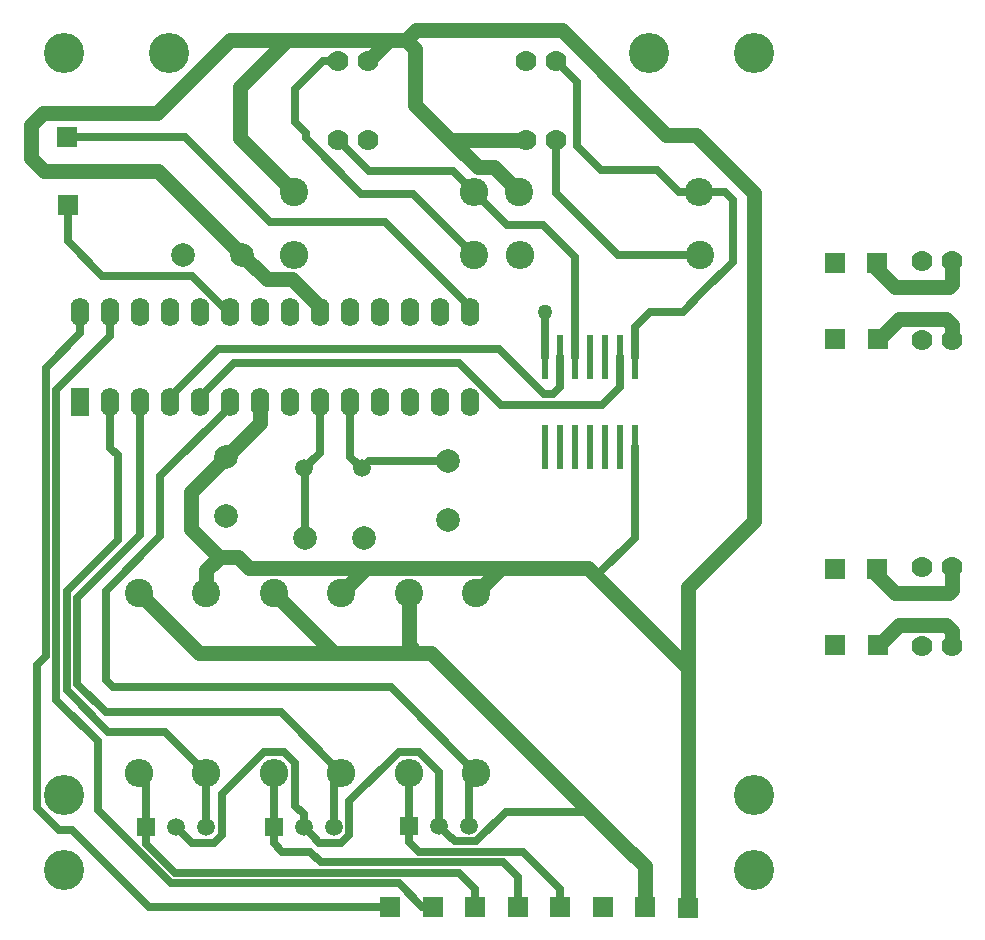
<source format=gbr>
G04 #@! TF.GenerationSoftware,KiCad,Pcbnew,5.0.2+dfsg1-1~bpo9+1*
G04 #@! TF.CreationDate,2019-02-15T20:10:49-06:00*
G04 #@! TF.ProjectId,EncoderandSensorsBoard,456e636f-6465-4726-916e-6453656e736f,v1.0*
G04 #@! TF.SameCoordinates,Original*
G04 #@! TF.FileFunction,Copper,L1,Top*
G04 #@! TF.FilePolarity,Positive*
%FSLAX46Y46*%
G04 Gerber Fmt 4.6, Leading zero omitted, Abs format (unit mm)*
G04 Created by KiCad (PCBNEW 5.0.2+dfsg1-1~bpo9+1) date vie 15 feb 2019 20:10:49 CST*
%MOMM*%
%LPD*%
G01*
G04 APERTURE LIST*
G04 #@! TA.AperFunction,ComponentPad*
%ADD10R,1.600000X2.400000*%
G04 #@! TD*
G04 #@! TA.AperFunction,ComponentPad*
%ADD11O,1.600000X2.400000*%
G04 #@! TD*
G04 #@! TA.AperFunction,ComponentPad*
%ADD12O,2.400000X2.400000*%
G04 #@! TD*
G04 #@! TA.AperFunction,ComponentPad*
%ADD13C,2.400000*%
G04 #@! TD*
G04 #@! TA.AperFunction,ComponentPad*
%ADD14R,1.500000X1.500000*%
G04 #@! TD*
G04 #@! TA.AperFunction,ComponentPad*
%ADD15C,1.500000*%
G04 #@! TD*
G04 #@! TA.AperFunction,ComponentPad*
%ADD16C,1.778000*%
G04 #@! TD*
G04 #@! TA.AperFunction,ComponentPad*
%ADD17R,1.700000X1.700000*%
G04 #@! TD*
G04 #@! TA.AperFunction,ComponentPad*
%ADD18C,2.000000*%
G04 #@! TD*
G04 #@! TA.AperFunction,SMDPad,CuDef*
%ADD19R,0.600000X3.800000*%
G04 #@! TD*
G04 #@! TA.AperFunction,ViaPad*
%ADD20C,3.400000*%
G04 #@! TD*
G04 #@! TA.AperFunction,ViaPad*
%ADD21C,1.270000*%
G04 #@! TD*
G04 #@! TA.AperFunction,Conductor*
%ADD22C,0.635000*%
G04 #@! TD*
G04 #@! TA.AperFunction,Conductor*
%ADD23C,1.270000*%
G04 #@! TD*
G04 APERTURE END LIST*
D10*
G04 #@! TO.P,U1,1*
G04 #@! TO.N,N/C*
X95351600Y-103212900D03*
D11*
G04 #@! TO.P,U1,15*
G04 #@! TO.N,/PowSupStat*
X128371600Y-95592900D03*
G04 #@! TO.P,U1,2*
G04 #@! TO.N,/RX*
X97891600Y-103212900D03*
G04 #@! TO.P,U1,16*
G04 #@! TO.N,N/C*
X125831600Y-95592900D03*
G04 #@! TO.P,U1,3*
G04 #@! TO.N,/TX*
X100431600Y-103212900D03*
G04 #@! TO.P,U1,17*
G04 #@! TO.N,N/C*
X123291600Y-95592900D03*
G04 #@! TO.P,U1,4*
G04 #@! TO.N,/OUTA*
X102971600Y-103212900D03*
G04 #@! TO.P,U1,18*
G04 #@! TO.N,N/C*
X120751600Y-95592900D03*
G04 #@! TO.P,U1,5*
G04 #@! TO.N,/OUTB*
X105511600Y-103212900D03*
G04 #@! TO.P,U1,19*
G04 #@! TO.N,N/C*
X118211600Y-95592900D03*
G04 #@! TO.P,U1,6*
G04 #@! TO.N,/CMD*
X108051600Y-103212900D03*
G04 #@! TO.P,U1,20*
G04 #@! TO.N,+5V*
X115671600Y-95592900D03*
G04 #@! TO.P,U1,7*
X110591600Y-103212900D03*
G04 #@! TO.P,U1,21*
G04 #@! TO.N,N/C*
X113131600Y-95592900D03*
G04 #@! TO.P,U1,8*
G04 #@! TO.N,GND*
X113131600Y-103212900D03*
G04 #@! TO.P,U1,22*
X110591600Y-95592900D03*
G04 #@! TO.P,U1,9*
G04 #@! TO.N,Net-(C3-Pad2)*
X115671600Y-103212900D03*
G04 #@! TO.P,U1,23*
G04 #@! TO.N,/BattVoltSens*
X108051600Y-95592900D03*
G04 #@! TO.P,U1,10*
G04 #@! TO.N,Net-(C4-Pad2)*
X118211600Y-103212900D03*
G04 #@! TO.P,U1,24*
G04 #@! TO.N,N/C*
X105511600Y-95592900D03*
G04 #@! TO.P,U1,11*
X120751600Y-103212900D03*
G04 #@! TO.P,U1,25*
X102971600Y-95592900D03*
G04 #@! TO.P,U1,12*
X123291600Y-103212900D03*
G04 #@! TO.P,U1,26*
X100431600Y-95592900D03*
G04 #@! TO.P,U1,13*
X125831600Y-103212900D03*
G04 #@! TO.P,U1,27*
G04 #@! TO.N,/SDA*
X97891600Y-95592900D03*
G04 #@! TO.P,U1,14*
G04 #@! TO.N,N/C*
X128371600Y-103212900D03*
G04 #@! TO.P,U1,28*
G04 #@! TO.N,/SCL*
X95351600Y-95592900D03*
G04 #@! TD*
D12*
G04 #@! TO.P,R3,2*
G04 #@! TO.N,/SIGB*
X147726400Y-85420200D03*
D13*
G04 #@! TO.P,R3,1*
G04 #@! TO.N,+5V*
X132486400Y-85420200D03*
G04 #@! TD*
D14*
G04 #@! TO.P,Q2,1*
G04 #@! TO.N,/3VTX*
X100939600Y-139242800D03*
D15*
G04 #@! TO.P,Q2,3*
G04 #@! TO.N,/RX*
X106019600Y-139242800D03*
G04 #@! TO.P,Q2,2*
G04 #@! TO.N,+3V3*
X103479600Y-139242800D03*
G04 #@! TD*
D14*
G04 #@! TO.P,Q1,1*
G04 #@! TO.N,/3VCMD*
X123190000Y-139115800D03*
D15*
G04 #@! TO.P,Q1,3*
G04 #@! TO.N,/CMD*
X128270000Y-139115800D03*
G04 #@! TO.P,Q1,2*
G04 #@! TO.N,+3V3*
X125730000Y-139115800D03*
G04 #@! TD*
D14*
G04 #@! TO.P,Q3,1*
G04 #@! TO.N,/3VRX*
X111747300Y-139217400D03*
D15*
G04 #@! TO.P,Q3,3*
G04 #@! TO.N,/TX*
X116827300Y-139217400D03*
G04 #@! TO.P,Q3,2*
G04 #@! TO.N,+3V3*
X114287300Y-139217400D03*
G04 #@! TD*
D16*
G04 #@! TO.P,U3,4*
G04 #@! TO.N,GND*
X119722900Y-81048600D03*
G04 #@! TO.P,U3,1*
G04 #@! TO.N,+5V*
X119722900Y-74348600D03*
G04 #@! TO.P,U3,3*
G04 #@! TO.N,/SIGA*
X117182900Y-81048600D03*
G04 #@! TO.P,U3,2*
G04 #@! TO.N,Net-(R2-Pad1)*
X117182900Y-74348600D03*
G04 #@! TD*
G04 #@! TO.P,U2,4*
G04 #@! TO.N,GND*
X133083300Y-74335900D03*
G04 #@! TO.P,U2,1*
G04 #@! TO.N,+5V*
X133083300Y-81035900D03*
G04 #@! TO.P,U2,3*
G04 #@! TO.N,/SIGB*
X135623300Y-74335900D03*
G04 #@! TO.P,U2,2*
G04 #@! TO.N,Net-(R1-Pad1)*
X135623300Y-81035900D03*
G04 #@! TD*
D17*
G04 #@! TO.P,J10,1*
G04 #@! TO.N,/BattVoltSens*
X94289880Y-86537800D03*
G04 #@! TD*
G04 #@! TO.P,J4,1*
G04 #@! TO.N,/3VTX*
X128816100Y-145986500D03*
G04 #@! TD*
G04 #@! TO.P,J1,1*
G04 #@! TO.N,+5V*
X146850100Y-146037300D03*
G04 #@! TD*
G04 #@! TO.P,J7,1*
G04 #@! TO.N,/SDA*
X125209300Y-145986500D03*
G04 #@! TD*
G04 #@! TO.P,J5,1*
G04 #@! TO.N,/3VRX*
X132384800Y-145999200D03*
G04 #@! TD*
G04 #@! TO.P,J8,1*
G04 #@! TO.N,/SCL*
X121602500Y-145986500D03*
G04 #@! TD*
G04 #@! TO.P,J6,1*
G04 #@! TO.N,+3V3*
X143205200Y-146024600D03*
G04 #@! TD*
G04 #@! TO.P,J9,1*
G04 #@! TO.N,/PowSupStat*
X94234000Y-80772000D03*
G04 #@! TD*
G04 #@! TO.P,J3,1*
G04 #@! TO.N,/3VCMD*
X136004300Y-145973800D03*
G04 #@! TD*
G04 #@! TO.P,J2,1*
G04 #@! TO.N,GND*
X139611100Y-146024600D03*
G04 #@! TD*
D18*
G04 #@! TO.P,C1,2*
G04 #@! TO.N,+5V*
X109038400Y-90754200D03*
G04 #@! TO.P,C1,1*
G04 #@! TO.N,GND*
X104038400Y-90754200D03*
G04 #@! TD*
G04 #@! TO.P,C2,1*
G04 #@! TO.N,+5V*
X107670600Y-107911900D03*
G04 #@! TO.P,C2,2*
G04 #@! TO.N,GND*
X107670600Y-112911900D03*
G04 #@! TD*
G04 #@! TO.P,C3,2*
G04 #@! TO.N,Net-(C3-Pad2)*
X114354600Y-114769900D03*
G04 #@! TO.P,C3,1*
G04 #@! TO.N,GND*
X119354600Y-114769900D03*
G04 #@! TD*
G04 #@! TO.P,C4,1*
G04 #@! TO.N,GND*
X126466600Y-113245900D03*
G04 #@! TO.P,C4,2*
G04 #@! TO.N,Net-(C4-Pad2)*
X126466600Y-108245900D03*
G04 #@! TD*
D13*
G04 #@! TO.P,R1,1*
G04 #@! TO.N,Net-(R1-Pad1)*
X147853400Y-90754200D03*
D12*
G04 #@! TO.P,R1,2*
G04 #@! TO.N,GND*
X132613400Y-90754200D03*
G04 #@! TD*
G04 #@! TO.P,R2,2*
G04 #@! TO.N,GND*
X113436400Y-90754200D03*
D13*
G04 #@! TO.P,R2,1*
G04 #@! TO.N,Net-(R2-Pad1)*
X128676400Y-90754200D03*
G04 #@! TD*
D12*
G04 #@! TO.P,R4,2*
G04 #@! TO.N,/SIGA*
X128676400Y-85420200D03*
D13*
G04 #@! TO.P,R4,1*
G04 #@! TO.N,+5V*
X113436400Y-85420200D03*
G04 #@! TD*
G04 #@! TO.P,R5,1*
G04 #@! TO.N,+3V3*
X123190000Y-119380000D03*
D12*
G04 #@! TO.P,R5,2*
G04 #@! TO.N,/3VCMD*
X123190000Y-134620000D03*
G04 #@! TD*
D13*
G04 #@! TO.P,R6,1*
G04 #@! TO.N,+3V3*
X100330000Y-119380000D03*
D12*
G04 #@! TO.P,R6,2*
G04 #@! TO.N,/3VTX*
X100330000Y-134620000D03*
G04 #@! TD*
G04 #@! TO.P,R7,2*
G04 #@! TO.N,/3VRX*
X111760000Y-134620000D03*
D13*
G04 #@! TO.P,R7,1*
G04 #@! TO.N,+3V3*
X111760000Y-119380000D03*
G04 #@! TD*
D12*
G04 #@! TO.P,R8,2*
G04 #@! TO.N,/CMD*
X128905000Y-134620000D03*
D13*
G04 #@! TO.P,R8,1*
G04 #@! TO.N,+5V*
X128905000Y-119380000D03*
G04 #@! TD*
D12*
G04 #@! TO.P,R9,2*
G04 #@! TO.N,/RX*
X106045000Y-134620000D03*
D13*
G04 #@! TO.P,R9,1*
G04 #@! TO.N,+5V*
X106045000Y-119380000D03*
G04 #@! TD*
G04 #@! TO.P,R10,1*
G04 #@! TO.N,+5V*
X117475000Y-119380000D03*
D12*
G04 #@! TO.P,R10,2*
G04 #@! TO.N,/TX*
X117475000Y-134620000D03*
G04 #@! TD*
D15*
G04 #@! TO.P,Y1,1*
G04 #@! TO.N,Net-(C3-Pad2)*
X114333020Y-108849160D03*
G04 #@! TO.P,Y1,2*
G04 #@! TO.N,Net-(C4-Pad2)*
X119213020Y-108849160D03*
G04 #@! TD*
D19*
G04 #@! TO.P,U4,14*
G04 #@! TO.N,+5V*
X142341600Y-107012900D03*
G04 #@! TO.P,U4,1*
G04 #@! TO.N,/SIGB*
X142341600Y-99412900D03*
G04 #@! TO.P,U4,13*
G04 #@! TO.N,N/C*
X141071600Y-107012900D03*
G04 #@! TO.P,U4,2*
G04 #@! TO.N,/OUTB*
X141071600Y-99412900D03*
G04 #@! TO.P,U4,12*
G04 #@! TO.N,N/C*
X139801600Y-107012900D03*
G04 #@! TO.P,U4,3*
X139801600Y-99412900D03*
G04 #@! TO.P,U4,11*
X138531600Y-107012900D03*
G04 #@! TO.P,U4,4*
X138531600Y-99412900D03*
G04 #@! TO.P,U4,10*
X137261600Y-107012900D03*
G04 #@! TO.P,U4,5*
G04 #@! TO.N,/SIGA*
X137261600Y-99412900D03*
G04 #@! TO.P,U4,9*
G04 #@! TO.N,N/C*
X135991600Y-107012900D03*
G04 #@! TO.P,U4,6*
G04 #@! TO.N,/OUTA*
X135991600Y-99412900D03*
G04 #@! TO.P,U4,8*
G04 #@! TO.N,N/C*
X134721600Y-107012900D03*
G04 #@! TO.P,U4,7*
G04 #@! TO.N,GND*
X134721600Y-99412900D03*
G04 #@! TD*
D17*
G04 #@! TO.P,J8,1*
G04 #@! TO.N,Net-(J8-Pad1)*
X159262259Y-123798902D03*
G04 #@! TD*
G04 #@! TO.P,J7,1*
G04 #@! TO.N,Net-(J7-Pad1)*
X162893260Y-123798902D03*
G04 #@! TD*
G04 #@! TO.P,J5,1*
G04 #@! TO.N,Net-(J5-Pad1)*
X162818259Y-117347901D03*
G04 #@! TD*
D16*
G04 #@! TO.P,U2,2*
G04 #@! TO.N,Net-(J6-Pad1)*
X166601258Y-117182902D03*
G04 #@! TO.P,U2,3*
G04 #@! TO.N,Net-(J8-Pad1)*
X166601258Y-123882902D03*
G04 #@! TO.P,U2,1*
G04 #@! TO.N,Net-(J5-Pad1)*
X169141258Y-117182902D03*
G04 #@! TO.P,U2,4*
G04 #@! TO.N,Net-(J7-Pad1)*
X169141258Y-123882902D03*
G04 #@! TD*
D17*
G04 #@! TO.P,J6,1*
G04 #@! TO.N,Net-(J6-Pad1)*
X159262259Y-117347901D03*
G04 #@! TD*
G04 #@! TO.P,J1,1*
G04 #@! TO.N,Net-(J1-Pad1)*
X162818259Y-91439901D03*
G04 #@! TD*
G04 #@! TO.P,J2,1*
G04 #@! TO.N,Net-(J2-Pad1)*
X159262259Y-91439901D03*
G04 #@! TD*
G04 #@! TO.P,J4,1*
G04 #@! TO.N,Net-(J4-Pad1)*
X159262259Y-97890902D03*
G04 #@! TD*
G04 #@! TO.P,J3,1*
G04 #@! TO.N,Net-(J3-Pad1)*
X162893260Y-97890902D03*
G04 #@! TD*
D16*
G04 #@! TO.P,U1,4*
G04 #@! TO.N,Net-(J3-Pad1)*
X169141258Y-97974902D03*
G04 #@! TO.P,U1,1*
G04 #@! TO.N,Net-(J1-Pad1)*
X169141258Y-91274902D03*
G04 #@! TO.P,U1,3*
G04 #@! TO.N,Net-(J4-Pad1)*
X166601258Y-97974902D03*
G04 #@! TO.P,U1,2*
G04 #@! TO.N,Net-(J2-Pad1)*
X166601258Y-91274902D03*
G04 #@! TD*
D20*
G04 #@! TO.N,*
X152400000Y-136525000D03*
X152400000Y-142875000D03*
X152400000Y-73660000D03*
X143510000Y-73660000D03*
X93980000Y-142875000D03*
X102870000Y-73660000D03*
X93980000Y-73660000D03*
X93980000Y-136525000D03*
D21*
G04 #@! TO.N,GND*
X134721600Y-95592900D03*
G04 #@! TD*
D22*
G04 #@! TO.N,+5V*
X119389900Y-74650600D02*
X119595900Y-74856600D01*
D23*
X131318000Y-117290999D02*
X130994001Y-117290999D01*
X138372999Y-117290999D02*
X131318000Y-117290999D01*
X130994001Y-117290999D02*
X128905000Y-119380000D01*
X120650000Y-117290999D02*
X119564001Y-117290999D01*
X131318000Y-117290999D02*
X120650000Y-117290999D01*
X119564001Y-117290999D02*
X117475000Y-119380000D01*
X120650000Y-117290999D02*
X109670999Y-117290999D01*
X108712000Y-116332000D02*
X107188000Y-116332000D01*
X109670999Y-117290999D02*
X108712000Y-116332000D01*
X106045000Y-117475000D02*
X106045000Y-119380000D01*
X107188000Y-116332000D02*
X106045000Y-117475000D01*
D22*
X142240000Y-114808000D02*
X139065000Y-117983000D01*
D23*
X139065000Y-117983000D02*
X138372999Y-117290999D01*
X140462000Y-119380000D02*
X139065000Y-117983000D01*
X110591600Y-104990900D02*
X110591600Y-103212900D01*
X107670600Y-107911900D02*
X110591600Y-104990900D01*
X105765600Y-109816900D02*
X107670600Y-107911900D01*
X107188000Y-116332000D02*
X107099100Y-116332000D01*
X107099100Y-116332000D02*
X104711500Y-113944400D01*
X104711500Y-113944400D02*
X104711500Y-110871000D01*
X104711500Y-110871000D02*
X105765600Y-109816900D01*
D22*
X142341600Y-114706400D02*
X142240000Y-114808000D01*
X142341600Y-107012900D02*
X142341600Y-114706400D01*
D23*
X115671600Y-95192900D02*
X115671600Y-95592900D01*
X132486400Y-85420200D02*
X130397399Y-83331199D01*
X123723400Y-73329800D02*
X122964199Y-72570599D01*
X130397399Y-83331199D02*
X129000399Y-83331199D01*
X123723400Y-78054200D02*
X123723400Y-73329800D01*
X120611899Y-73446900D02*
X121488200Y-72570599D01*
X120611899Y-73459601D02*
X120611899Y-73446900D01*
X119722900Y-74348600D02*
X120611899Y-73459601D01*
X122964199Y-72570599D02*
X121488200Y-72570599D01*
X123792498Y-71742300D02*
X122964199Y-72570599D01*
X136131300Y-71742300D02*
X123792498Y-71742300D01*
X144983200Y-80594200D02*
X136131300Y-71742300D01*
X147472400Y-80594200D02*
X144983200Y-80594200D01*
X152400000Y-113284000D02*
X152400000Y-85521800D01*
X152400000Y-85521800D02*
X147472400Y-80594200D01*
X126705100Y-81035900D02*
X133083300Y-81035900D01*
X129000399Y-83331199D02*
X126263400Y-80594200D01*
X126263400Y-80594200D02*
X126705100Y-81035900D01*
X126263400Y-80594200D02*
X123723400Y-78054200D01*
X146799300Y-125717300D02*
X140462000Y-119380000D01*
X146799300Y-118884700D02*
X152400000Y-113284000D01*
X146799300Y-125717300D02*
X146799300Y-118884700D01*
X146850100Y-144716500D02*
X146799300Y-144665700D01*
X146850100Y-146037300D02*
X146850100Y-144716500D01*
X146799300Y-144665700D02*
X146799300Y-125717300D01*
X146799300Y-145427700D02*
X146799300Y-144665700D01*
X121488200Y-72570599D02*
X112823999Y-72570599D01*
X112823999Y-72570599D02*
X108864398Y-76530200D01*
X108864398Y-76530200D02*
X108864398Y-80848198D01*
X108864398Y-80848198D02*
X113436400Y-85420200D01*
X108023401Y-72570599D02*
X112823999Y-72570599D01*
X101854000Y-78740000D02*
X108023401Y-72570599D01*
X105228400Y-86944200D02*
X105219500Y-86944200D01*
X113321901Y-92843201D02*
X115671600Y-95192900D01*
X111127401Y-92843201D02*
X113321901Y-92843201D01*
X109038400Y-90754200D02*
X111127401Y-92843201D01*
X109038400Y-90754200D02*
X105228400Y-86944200D01*
X105219500Y-86944200D02*
X101955600Y-83680300D01*
X91186000Y-79756000D02*
X92202000Y-78740000D01*
X91186000Y-82550000D02*
X91186000Y-79756000D01*
X92316300Y-83680300D02*
X91186000Y-82550000D01*
X101955600Y-83680300D02*
X92316300Y-83680300D01*
X92202000Y-78740000D02*
X101854000Y-78740000D01*
D22*
G04 #@! TO.N,GND*
X134721600Y-99412900D02*
X134721600Y-95592900D01*
G04 #@! TO.N,Net-(C3-Pad2)*
X115671600Y-107510580D02*
X114333020Y-108849160D01*
X115671600Y-103212900D02*
X115671600Y-107510580D01*
X114354600Y-108870740D02*
X114333020Y-108849160D01*
X114354600Y-114769900D02*
X114354600Y-108870740D01*
G04 #@! TO.N,Net-(C4-Pad2)*
X118211600Y-107847740D02*
X119213020Y-108849160D01*
X118211600Y-103212900D02*
X118211600Y-107847740D01*
X119816280Y-108245900D02*
X119213020Y-108849160D01*
X126466600Y-108245900D02*
X119816280Y-108245900D01*
G04 #@! TO.N,/3VCMD*
X123190000Y-139115800D02*
X123190000Y-134620000D01*
X123190000Y-140500800D02*
X123190000Y-139115800D01*
X124015511Y-141326311D02*
X123190000Y-140500800D01*
X132841811Y-141326311D02*
X124015511Y-141326311D01*
X136004300Y-144488800D02*
X132841811Y-141326311D01*
X136004300Y-145973800D02*
X136004300Y-144488800D01*
G04 #@! TO.N,/3VTX*
X100939600Y-135229600D02*
X100330000Y-134620000D01*
X100939600Y-139242800D02*
X100939600Y-135229600D01*
X103416131Y-143104331D02*
X100939600Y-140627800D01*
X100939600Y-140627800D02*
X100939600Y-139242800D01*
X128816100Y-144501500D02*
X127418931Y-143104331D01*
X128816100Y-145986500D02*
X128816100Y-144501500D01*
X127418931Y-143104331D02*
X103416131Y-143104331D01*
G04 #@! TO.N,/3VRX*
X111747300Y-134632700D02*
X111760000Y-134620000D01*
X111747300Y-139217400D02*
X111747300Y-134632700D01*
X132384800Y-145999200D02*
X132384800Y-143421821D01*
X132384800Y-143421821D02*
X131178300Y-142215321D01*
X115723121Y-142215321D02*
X114833400Y-141325600D01*
X131178300Y-142215321D02*
X115723121Y-142215321D01*
X111747300Y-140602400D02*
X111747300Y-139217400D01*
X112470500Y-141325600D02*
X111747300Y-140602400D01*
X114833400Y-141325600D02*
X112470500Y-141325600D01*
D23*
G04 #@! TO.N,+3V3*
X136017000Y-135382000D02*
X125095000Y-124460000D01*
X105410000Y-124460000D02*
X100330000Y-119380000D01*
X111760000Y-119380000D02*
X116840000Y-124460000D01*
X116840000Y-124460000D02*
X105410000Y-124460000D01*
X123190000Y-123825000D02*
X123825000Y-124460000D01*
X123190000Y-119380000D02*
X123190000Y-123825000D01*
X123825000Y-124460000D02*
X116840000Y-124460000D01*
X125095000Y-124460000D02*
X123825000Y-124460000D01*
X136017000Y-135382000D02*
X136017000Y-135394700D01*
X141160500Y-140538200D02*
X143154400Y-142532100D01*
X136017000Y-135394700D02*
X138544300Y-137922000D01*
X138544300Y-137922000D02*
X141160500Y-140538200D01*
D22*
X127051501Y-140437301D02*
X126479999Y-139865799D01*
X126479999Y-139865799D02*
X125730000Y-139115800D01*
X128904321Y-140437301D02*
X127051501Y-140437301D01*
X131419622Y-137922000D02*
X128904321Y-140437301D01*
X138544300Y-137922000D02*
X131419622Y-137922000D01*
X115037299Y-139967399D02*
X114287300Y-139217400D01*
X118148801Y-139851721D02*
X117461621Y-140538901D01*
X115608801Y-140538901D02*
X115037299Y-139967399D01*
X117461621Y-140538901D02*
X115608801Y-140538901D01*
X118148801Y-137039377D02*
X118148801Y-139851721D01*
X122339679Y-132848499D02*
X118148801Y-137039377D01*
X125730000Y-134538178D02*
X124040321Y-132848499D01*
X124040321Y-132848499D02*
X122339679Y-132848499D01*
X125730000Y-139115800D02*
X125730000Y-134538178D01*
X104229599Y-139992799D02*
X103479600Y-139242800D01*
X104801101Y-140564301D02*
X104229599Y-139992799D01*
X107341101Y-139877121D02*
X106653921Y-140564301D01*
X110909679Y-132848499D02*
X107341101Y-136417077D01*
X112610321Y-132848499D02*
X110909679Y-132848499D01*
X113531501Y-133769679D02*
X112610321Y-132848499D01*
X113531501Y-137400941D02*
X113531501Y-133769679D01*
X114287300Y-138156740D02*
X113531501Y-137400941D01*
X106653921Y-140564301D02*
X104801101Y-140564301D01*
X107341101Y-136417077D02*
X107341101Y-139877121D01*
X114287300Y-139217400D02*
X114287300Y-138156740D01*
D23*
X143205200Y-144716500D02*
X143154400Y-144665700D01*
X143154400Y-144665700D02*
X143154400Y-145415000D01*
X143205200Y-146024600D02*
X143205200Y-144716500D01*
X143154400Y-142532100D02*
X143154400Y-144665700D01*
D22*
G04 #@! TO.N,/SDA*
X97891600Y-97663000D02*
X97891600Y-95592900D01*
X103047892Y-143993341D02*
X96824790Y-137770239D01*
X122338043Y-143993341D02*
X103047892Y-143993341D01*
X93319580Y-128460480D02*
X93319580Y-113652280D01*
X125209300Y-145986500D02*
X124331202Y-145986500D01*
X93319580Y-113652280D02*
X93332300Y-113639560D01*
X124331202Y-145986500D02*
X122338043Y-143993341D01*
X93332300Y-113639560D02*
X93332300Y-102222300D01*
X93332300Y-102222300D02*
X97891600Y-97663000D01*
X96824790Y-137770239D02*
X96824790Y-131965690D01*
X96824790Y-131965690D02*
X93319580Y-128460480D01*
G04 #@! TO.N,/SCL*
X95351600Y-95992900D02*
X95351600Y-95592900D01*
X121602500Y-145986500D02*
X101168200Y-145986500D01*
X101168200Y-145986500D02*
X94627700Y-139446000D01*
X91708499Y-137615321D02*
X91708499Y-125461501D01*
X93539178Y-139446000D02*
X91708499Y-137615321D01*
X94627700Y-139446000D02*
X93539178Y-139446000D01*
X95351600Y-97427900D02*
X95351600Y-95592900D01*
X92430570Y-100348930D02*
X95351600Y-97427900D01*
X92430570Y-124739430D02*
X92430570Y-100348930D01*
X91708499Y-125461501D02*
X92430570Y-124739430D01*
G04 #@! TO.N,/PowSupStat*
X128371600Y-95592900D02*
X128371600Y-95192900D01*
X120243600Y-87960200D02*
X120694400Y-87960200D01*
X121138900Y-87960200D02*
X120243600Y-87960200D01*
X128371600Y-95192900D02*
X121138900Y-87960200D01*
X120243600Y-87960200D02*
X111404400Y-87960200D01*
X111404400Y-87960200D02*
X104216200Y-80772000D01*
X104216200Y-80772000D02*
X94234000Y-80772000D01*
G04 #@! TO.N,/BattVoltSens*
X107851208Y-95592900D02*
X104828608Y-92570300D01*
X104828608Y-92570300D02*
X97231200Y-92570300D01*
X108051600Y-95592900D02*
X107851208Y-95592900D01*
X94297500Y-89636600D02*
X97231200Y-92570300D01*
X94289880Y-86537800D02*
X94289880Y-88022800D01*
X94289880Y-88022800D02*
X94297500Y-88030420D01*
X94297500Y-88030420D02*
X94297500Y-89636600D01*
G04 #@! TO.N,/CMD*
X108051600Y-103612900D02*
X108051600Y-103212900D01*
X102133400Y-114604800D02*
X102133400Y-109531100D01*
X128905000Y-134620000D02*
X121666000Y-127381000D01*
X102133400Y-109531100D02*
X108051600Y-103612900D01*
X97510600Y-119227600D02*
X102133400Y-114604800D01*
X121666000Y-127381000D02*
X98145600Y-127381000D01*
X98145600Y-127381000D02*
X97510600Y-126746000D01*
X97510600Y-126746000D02*
X97510600Y-119227600D01*
X128270000Y-135255000D02*
X128905000Y-134620000D01*
X128270000Y-139115800D02*
X128270000Y-135255000D01*
G04 #@! TO.N,/RX*
X106019600Y-134645400D02*
X106045000Y-134620000D01*
X106019600Y-139242800D02*
X106019600Y-134645400D01*
X102565200Y-131140200D02*
X106045000Y-134620000D01*
X97713800Y-131140200D02*
X102565200Y-131140200D01*
X94208590Y-127634990D02*
X97713800Y-131140200D01*
X94208590Y-119253010D02*
X94208590Y-127634990D01*
X97891600Y-103212900D02*
X97891600Y-107099100D01*
X97891600Y-107099100D02*
X98539300Y-107746800D01*
X98539300Y-107746800D02*
X98539300Y-114922300D01*
X98539300Y-114922300D02*
X94208590Y-119253010D01*
G04 #@! TO.N,/TX*
X116840000Y-135255000D02*
X117475000Y-134620000D01*
X100431600Y-114528600D02*
X100431600Y-103212900D01*
X95097600Y-119862600D02*
X100431600Y-114528600D01*
X117475000Y-134620000D02*
X112344200Y-129489200D01*
X112344200Y-129489200D02*
X97510600Y-129489200D01*
X97510600Y-129489200D02*
X95097600Y-127076200D01*
X95097600Y-127076200D02*
X95097600Y-119862600D01*
X116827300Y-135267700D02*
X117475000Y-134620000D01*
X116827300Y-139217400D02*
X116827300Y-135267700D01*
G04 #@! TO.N,Net-(R1-Pad1)*
X140868400Y-90754200D02*
X147853400Y-90754200D01*
X135623300Y-85509100D02*
X140868400Y-90754200D01*
X135623300Y-81035900D02*
X135623300Y-85509100D01*
G04 #@! TO.N,Net-(R2-Pad1)*
X116753900Y-74650600D02*
X117055900Y-74348600D01*
X115925665Y-74348600D02*
X113512600Y-76761665D01*
X117182900Y-74348600D02*
X115925665Y-74348600D01*
X113512600Y-79539842D02*
X114439700Y-80466942D01*
X113512600Y-76761665D02*
X113512600Y-79539842D01*
X114439700Y-80466942D02*
X114439700Y-80886300D01*
X114439700Y-80886300D02*
X119138700Y-85585300D01*
X123507500Y-85585300D02*
X128676400Y-90754200D01*
X119138700Y-85585300D02*
X123507500Y-85585300D01*
G04 #@! TO.N,/SIGA*
X127962400Y-85420200D02*
X128676400Y-85420200D01*
X128676400Y-85420200D02*
X131470400Y-88214200D01*
X133883400Y-88214200D02*
X134264400Y-88214200D01*
X131470400Y-88214200D02*
X133883400Y-88214200D01*
X117182900Y-81048600D02*
X119814600Y-83680300D01*
X126936500Y-83680300D02*
X128676400Y-85420200D01*
X119814600Y-83680300D02*
X126936500Y-83680300D01*
X137261600Y-90957400D02*
X134518400Y-88214200D01*
X134518400Y-88214200D02*
X133883400Y-88214200D01*
X137261600Y-99412900D02*
X137261600Y-90957400D01*
G04 #@! TO.N,/SIGB*
X142341600Y-96862900D02*
X143611600Y-95592900D01*
X150622000Y-90678000D02*
X150622000Y-90170000D01*
X142341600Y-96862900D02*
X142341600Y-99412900D01*
X146392900Y-95592900D02*
X143611600Y-95592900D01*
X147955000Y-94030800D02*
X146392900Y-95592900D01*
X150622000Y-91363800D02*
X147955000Y-94030800D01*
X150622000Y-90170000D02*
X150622000Y-91363800D01*
X135623300Y-74335900D02*
X137414000Y-76126600D01*
X137414000Y-81534000D02*
X139446000Y-83566000D01*
X137414000Y-76126600D02*
X137414000Y-81534000D01*
X144175144Y-83566000D02*
X139446000Y-83566000D01*
X146029344Y-85420200D02*
X144175144Y-83566000D01*
X147726400Y-85420200D02*
X146029344Y-85420200D01*
X149923500Y-85420200D02*
X147726400Y-85420200D01*
X150622000Y-86118700D02*
X149923500Y-85420200D01*
X150622000Y-90170000D02*
X150622000Y-86118700D01*
G04 #@! TO.N,/OUTB*
X105511600Y-102812900D02*
X108413600Y-99910900D01*
X105511600Y-103212900D02*
X105511600Y-102812900D01*
X141071600Y-101947900D02*
X141071600Y-99412900D01*
X139552590Y-103466910D02*
X141071600Y-101947900D01*
X127409208Y-99910900D02*
X130965218Y-103466910D01*
X130965218Y-103466910D02*
X139552590Y-103466910D01*
X108413600Y-99910900D02*
X127409208Y-99910900D01*
G04 #@! TO.N,/OUTA*
X135991600Y-101947900D02*
X135361600Y-102577900D01*
X135991600Y-99412900D02*
X135991600Y-101947900D01*
X134657898Y-102577900D02*
X130847898Y-98767900D01*
X135361600Y-102577900D02*
X134657898Y-102577900D01*
X130847898Y-98767900D02*
X107016600Y-98767900D01*
X102971600Y-102812900D02*
X102971600Y-103212900D01*
X107016600Y-98767900D02*
X102971600Y-102812900D01*
D23*
G04 #@! TO.N,Net-(J1-Pad1)*
X162818259Y-91439901D02*
X162818259Y-91947901D01*
X162818259Y-91947901D02*
X164342259Y-93471901D01*
X169141258Y-93244902D02*
X169141258Y-91274902D01*
X164342259Y-93471901D02*
X168914259Y-93471901D01*
X168914259Y-93471901D02*
X169141258Y-93244902D01*
G04 #@! TO.N,Net-(J3-Pad1)*
X169141258Y-97974902D02*
X169141258Y-96717667D01*
X162971258Y-97890902D02*
X162893260Y-97890902D01*
X168620492Y-96196901D02*
X164665259Y-96196901D01*
X169141258Y-96717667D02*
X168620492Y-96196901D01*
X164665259Y-96196901D02*
X162971258Y-97890902D01*
G04 #@! TO.N,Net-(J5-Pad1)*
X169141258Y-119152902D02*
X169141258Y-117182902D01*
X164342259Y-119379901D02*
X168914259Y-119379901D01*
X168914259Y-119379901D02*
X169141258Y-119152902D01*
X162818259Y-117855901D02*
X164342259Y-119379901D01*
X162818259Y-117347901D02*
X162818259Y-117855901D01*
G04 #@! TO.N,Net-(J7-Pad1)*
X162971258Y-123798902D02*
X162893260Y-123798902D01*
X168620492Y-122104901D02*
X164665259Y-122104901D01*
X169141258Y-122625667D02*
X168620492Y-122104901D01*
X164665259Y-122104901D02*
X162971258Y-123798902D01*
X169141258Y-123882902D02*
X169141258Y-122625667D01*
G04 #@! TD*
M02*

</source>
